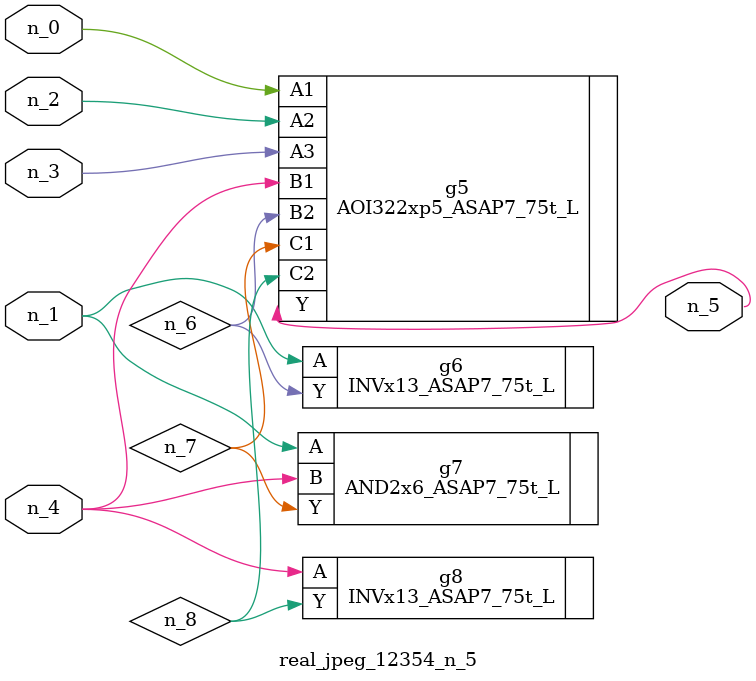
<source format=v>
module real_jpeg_12354_n_5 (n_4, n_0, n_1, n_2, n_3, n_5);

input n_4;
input n_0;
input n_1;
input n_2;
input n_3;

output n_5;

wire n_8;
wire n_6;
wire n_7;

AOI322xp5_ASAP7_75t_L g5 ( 
.A1(n_0),
.A2(n_2),
.A3(n_3),
.B1(n_4),
.B2(n_6),
.C1(n_7),
.C2(n_8),
.Y(n_5)
);

INVx13_ASAP7_75t_L g6 ( 
.A(n_1),
.Y(n_6)
);

AND2x6_ASAP7_75t_L g7 ( 
.A(n_1),
.B(n_4),
.Y(n_7)
);

INVx13_ASAP7_75t_L g8 ( 
.A(n_4),
.Y(n_8)
);


endmodule
</source>
